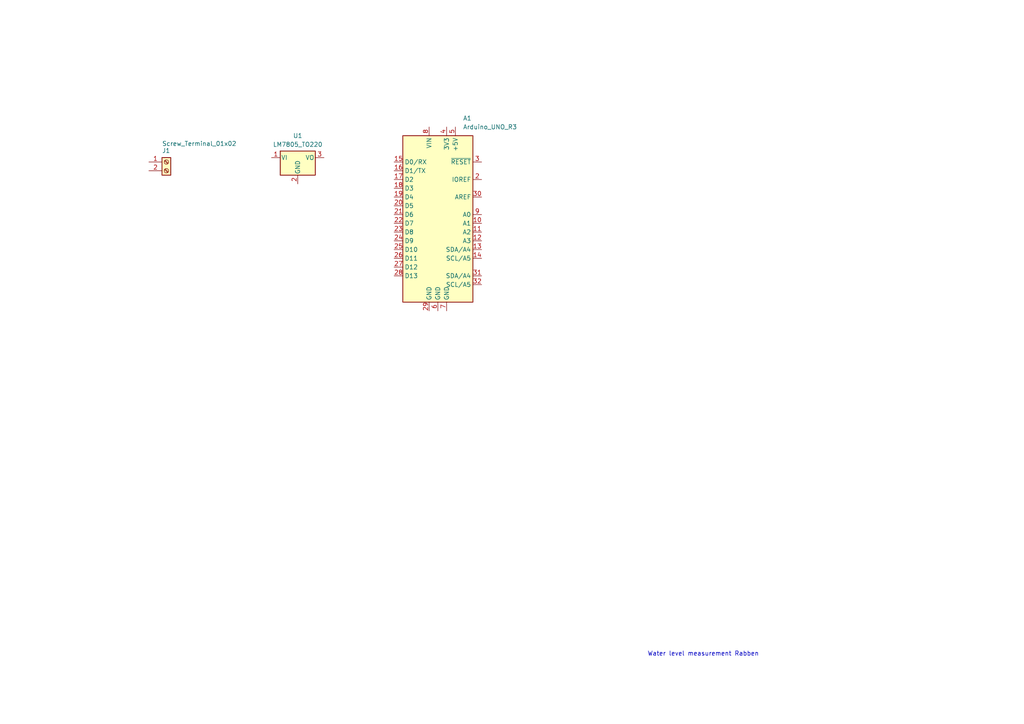
<source format=kicad_sch>
(kicad_sch (version 20231120) (generator "eeschema") (generator_version "8.0")
  (paper "A4")
  (lib_symbols
    (symbol "Connector:Screw_Terminal_01x02" (pin_names (offset 1.016) hide)
      (property "Reference" "J" (at 0 2.54 0))
      (property "Value" "Screw_Terminal_01x02" (at 0 -5.08 0))
      (symbol "Screw_Terminal_01x02_1_1"
        (rectangle (start -1.27 1.27) (end 1.27 -3.81) (stroke (width 0.254)) (fill (type background)))
        (circle (center 0 -2.54) (radius 0.635) (stroke (width 0.1524)))
        (polyline (pts (xy -0.5334 -2.2098) (xy 0.3302 -3.048)) (stroke (width 0.1524)))
        (polyline (pts (xy -0.5334 0.3302) (xy 0.3302 -0.508)) (stroke (width 0.1524)))
        (polyline (pts (xy -0.3556 -2.032) (xy 0.508 -2.8702)) (stroke (width 0.1524)))
        (polyline (pts (xy -0.3556 0.508) (xy 0.508 -0.3302)) (stroke (width 0.1524)))
        (circle (center 0 0) (radius 0.635) (stroke (width 0.1524)))
        (pin passive line (at -5.08 0 0) (length 3.81) (name "Pin_1") (number "1"))
        (pin passive line (at -5.08 -2.54 0) (length 3.81) (name "Pin_2") (number "2"))
      )
    )
    (symbol "MCU_Module:Arduino_UNO_R3"
      (property "Reference" "A" (at -10.16 23.495 0))
      (property "Value" "Arduino_UNO_R3" (at 5.08 -26.67 0))
      (symbol "Arduino_UNO_R3_0_1"
        (rectangle (start -10.16 22.86) (end 10.16 -25.4) (stroke (width 0.254)) (fill (type background)))
      )
      (symbol "Arduino_UNO_R3_1_1"
        (pin no_connect line (at -10.16 -20.32 0) (length 2.54) hide (name "NC") (number "1"))
        (pin bidirectional line (at 12.7 -2.54 180) (length 2.54) (name "A1") (number "10"))
        (pin bidirectional line (at 12.7 -5.08 180) (length 2.54) (name "A2") (number "11"))
        (pin bidirectional line (at 12.7 -7.62 180) (length 2.54) (name "A3") (number "12"))
        (pin bidirectional line (at 12.7 -10.16 180) (length 2.54) (name "SDA/A4") (number "13"))
        (pin bidirectional line (at 12.7 -12.7 180) (length 2.54) (name "SCL/A5") (number "14"))
        (pin bidirectional line (at -12.7 15.24 0) (length 2.54) (name "D0/RX") (number "15"))
        (pin bidirectional line (at -12.7 12.7 0) (length 2.54) (name "D1/TX") (number "16"))
        (pin bidirectional line (at -12.7 10.16 0) (length 2.54) (name "D2") (number "17"))
        (pin bidirectional line (at -12.7 7.62 0) (length 2.54) (name "D3") (number "18"))
        (pin bidirectional line (at -12.7 5.08 0) (length 2.54) (name "D4") (number "19"))
        (pin output line (at 12.7 10.16 180) (length 2.54) (name "IOREF") (number "2"))
        (pin bidirectional line (at -12.7 2.54 0) (length 2.54) (name "D5") (number "20"))
        (pin bidirectional line (at -12.7 0 0) (length 2.54) (name "D6") (number "21"))
        (pin bidirectional line (at -12.7 -2.54 0) (length 2.54) (name "D7") (number "22"))
        (pin bidirectional line (at -12.7 -5.08 0) (length 2.54) (name "D8") (number "23"))
        (pin bidirectional line (at -12.7 -7.62 0) (length 2.54) (name "D9") (number "24"))
        (pin bidirectional line (at -12.7 -10.16 0) (length 2.54) (name "D10") (number "25"))
        (pin bidirectional line (at -12.7 -12.7 0) (length 2.54) (name "D11") (number "26"))
        (pin bidirectional line (at -12.7 -15.24 0) (length 2.54) (name "D12") (number "27"))
        (pin bidirectional line (at -12.7 -17.78 0) (length 2.54) (name "D13") (number "28"))
        (pin power_in line (at -2.54 -27.94 90) (length 2.54) (name "GND") (number "29"))
        (pin input line (at 12.7 15.24 180) (length 2.54) (name "~{RESET}") (number "3"))
        (pin input line (at 12.7 5.08 180) (length 2.54) (name "AREF") (number "30"))
        (pin bidirectional line (at 12.7 -17.78 180) (length 2.54) (name "SDA/A4") (number "31"))
        (pin bidirectional line (at 12.7 -20.32 180) (length 2.54) (name "SCL/A5") (number "32"))
        (pin power_out line (at 2.54 25.4 270) (length 2.54) (name "3V3") (number "4"))
        (pin power_out line (at 5.08 25.4 270) (length 2.54) (name "+5V") (number "5"))
        (pin power_in line (at 0 -27.94 90) (length 2.54) (name "GND") (number "6"))
        (pin power_in line (at 2.54 -27.94 90) (length 2.54) (name "GND") (number "7"))
        (pin power_in line (at -2.54 25.4 270) (length 2.54) (name "VIN") (number "8"))
        (pin bidirectional line (at 12.7 0 180) (length 2.54) (name "A0") (number "9"))
      )
    )
    (symbol "Regulator_Linear:LM7805_TO220" (pin_names (offset 0.254))
      (property "Reference" "U" (at -3.81 3.175 0))
      (property "Value" "LM7805_TO220" (at 0 3.175 0))
      (symbol "LM7805_TO220_0_1"
        (rectangle (start -5.08 1.905) (end 5.08 -5.08) (stroke (width 0.254)) (fill (type background)))
      )
      (symbol "LM7805_TO220_1_1"
        (pin power_in line (at -7.62 0 0) (length 2.54) (name "VI") (number "1"))
        (pin power_in line (at 0 -7.62 90) (length 2.54) (name "GND") (number "2"))
        (pin power_out line (at 7.62 0 180) (length 2.54) (name "VO") (number "3"))
      )
    )
  )
  (text "Water level measurement Rabben" (at 203.962 189.738 0) (effects (font (size 1.27 1.27))))
  (symbol (lib_id "MCU_Module:Arduino_UNO_R3") (at 127 62.23 0) (unit 1)
    (property "Reference" "A1" (at 134.2741 34.29 0) (effects (justify left)))
    (property "Value" "Arduino_UNO_R3" (at 134.2741 36.83 0) (effects (justify left)))
    (property "Footprint" "Module:Arduino_UNO_R3" (effects (hide yes)))
    (property "Datasheet" "https://www.arduino.cc/en/Main/arduinoBoardUno" (effects (hide yes)))
    (property "Description" "Arduino UNO Microcontroller Module, release 3" (effects (hide yes)))
  )
  (symbol (lib_id "Connector:Screw_Terminal_01x02") (at 48.26 46.99 0) (unit 1)
    (property "Reference" "J1" (at 46.99 43.688 0) (effects (justify left)))
    (property "Value" "Screw_Terminal_01x02" (at 46.99 41.656 0) (effects (justify left)))
    (property "Description" "Generic screw terminal, single row, 01x02, script generated (kicad-library-utils/schlib/autogen/connector/)" (effects (hide yes)))
  )
  (symbol (lib_id "Regulator_Linear:LM7805_TO220") (at 86.36 45.72 0) (unit 1)
    (property "Reference" "U1" (at 86.36 39.37 0))
    (property "Value" "LM7805_TO220" (at 86.36 41.91 0))
    (property "Footprint" "Package_TO_SOT_THT:TO-220-3_Vertical" (effects (hide yes)))
    (property "Datasheet" "https://www.onsemi.cn/PowerSolutions/document/MC7800-D.PDF" (effects (hide yes)))
    (property "Description" "Positive 1A 35V Linear Regulator, Fixed Output 5V, TO-220" (effects (hide yes)))
  )
)
</source>
